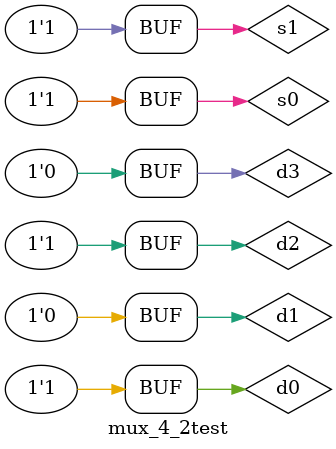
<source format=v>
`timescale 1ns/1ps // Specify the timescale

module mux_4_2test; // Test bench module
  wire y;         // Declare output y as a wire
  reg d0, d1, d2, d3, s1, s0; // Declare inputs d0, d1, d2, d3, s1, and s0 as registers

  mux_4_2 u2(.y(y), .d0(d0), .d1(d1), .d2(d2), .d3(d3), .s1(s1), .s0(s0)); // Instantiate the 4:1 MUX

  initial begin
    d0 = 1'b1; d1 = 1'b0; d2 = 1'b1; d3 = 1'b0; // Set data inputs (d0, d1, d2, d3)
    s1 = 1'b0; s0 = 1'b0; // Set select inputs (s1, s0)
    #1 s1 = 1'b0; s0 = 1'b1; d1 = 1'b0; // Change select inputs and data input after 1 time unit
    #1 s1 = 1'b1; s0 = 1'b0; // Change select inputs after 1 more time unit
    #1 s1 = 1'b1; s0 = 1'b1; // Change select inputs after 1 more time unit
  end
endmodule

</source>
